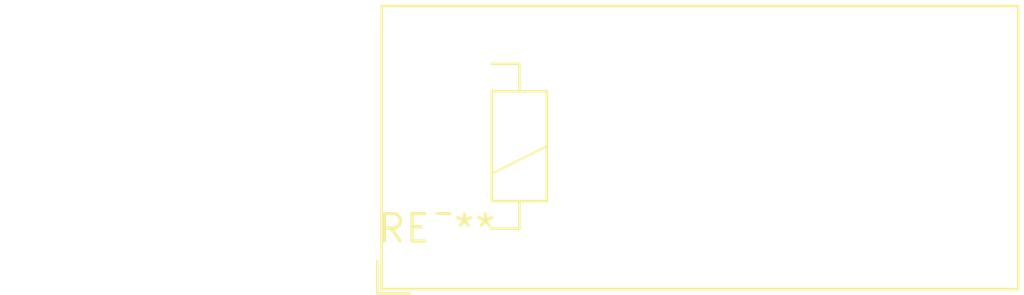
<source format=kicad_pcb>
(kicad_pcb (version 20240108) (generator pcbnew)
  (layers (0 "F.Cu" signal) (31 "B.Cu" signal) (34 "B.Paste" user) (35 "F.Paste" user) (36 "B.SilkS" user "B.Silkscreen") (37 "F.SilkS" user "F.Silkscreen") (38 "B.Mask" user) (39 "F.Mask" user) (44 "Edge.Cuts" user))
  (net 0 "")
  (footprint "Relay_SPDT_Schrack-RT1-FormC_RM5mm" (layer "F.Cu") (at 0 0)
    (property "Reference" "REF**")
    (property "Value" "Relay_SPDT_Schrack-RT1-FormC_RM5mm")
    (fp_line (start -2.75 1.5) (end -2.75 3) (layer "F.SilkS") (stroke (width 0.12)))
    (fp_line (start -2.75 3) (end -1.25 3) (layer "F.SilkS") (stroke (width 0.12)))
    (fp_line (start -2.55 -10.3) (end -2.55 2.8) (layer "F.SilkS") (stroke (width 0.12)))
    (fp_line (start -2.55 2.8) (end 26.85 2.8) (layer "F.SilkS") (stroke (width 0.12)))
    (fp_line (start 2.54 -6.35) (end 2.54 -1.27) (layer "F.SilkS") (stroke (width 0.12)))
    (fp_line (start 2.54 -2.54) (end 5.08 -3.81) (layer "F.SilkS") (stroke (width 0.1)))
    (fp_line (start 2.54 -1.27) (end 3.81 -1.27) (layer "F.SilkS") (stroke (width 0.12)))
    (fp_line (start 2.54 0) (end 3.81 0) (layer "F.SilkS") (stroke (width 0.12)))
    (fp_line (start 3.81 -7.62) (end 2.54 -7.62) (layer "F.SilkS") (stroke (width 0.12)))
    (fp_line (start 3.81 -6.35) (end 3.81 -7.62) (layer "F.SilkS") (stroke (width 0.12)))
    (fp_line (start 3.81 -1.27) (end 5.08 -1.27) (layer "F.SilkS") (stroke (width 0.12)))
    (fp_line (start 3.81 0) (end 3.81 -1.27) (layer "F.SilkS") (stroke (width 0.12)))
    (fp_line (start 5.08 -6.35) (end 2.54 -6.35) (layer "F.SilkS") (stroke (width 0.12)))
    (fp_line (start 5.08 -1.27) (end 5.08 -6.35) (layer "F.SilkS") (stroke (width 0.12)))
    (fp_line (start 26.85 -10.3) (end -2.55 -10.3) (layer "F.SilkS") (stroke (width 0.12)))
    (fp_line (start 26.85 2.8) (end 26.85 -10.3) (layer "F.SilkS") (stroke (width 0.12)))
    (pad "11" thru_hole oval (at 20.3 -7.5 180) (size 2 3) (drill 1.3) (layers *.Cu *.Mask) (remove_unused_layers))
    (pad "12" thru_hole oval (at 15.26 0 180) (size 2 3) (drill 1.3) (layers *.Cu *.Mask) (remove_unused_layers))
    (pad "14" thru_hole oval (at 25.34 0 180) (size 2 3) (drill 1.3) (layers *.Cu *.Mask) (remove_unused_layers))
    (pad "A1" thru_hole rect (at 0 0 180) (size 3 2) (drill 1.3) (layers *.Cu *.Mask) (remove_unused_layers))
    (pad "A2" thru_hole oval (at 0 -7.5 180) (size 3 2) (drill 1.3) (layers *.Cu *.Mask) (remove_unused_layers))
  )
)
</source>
